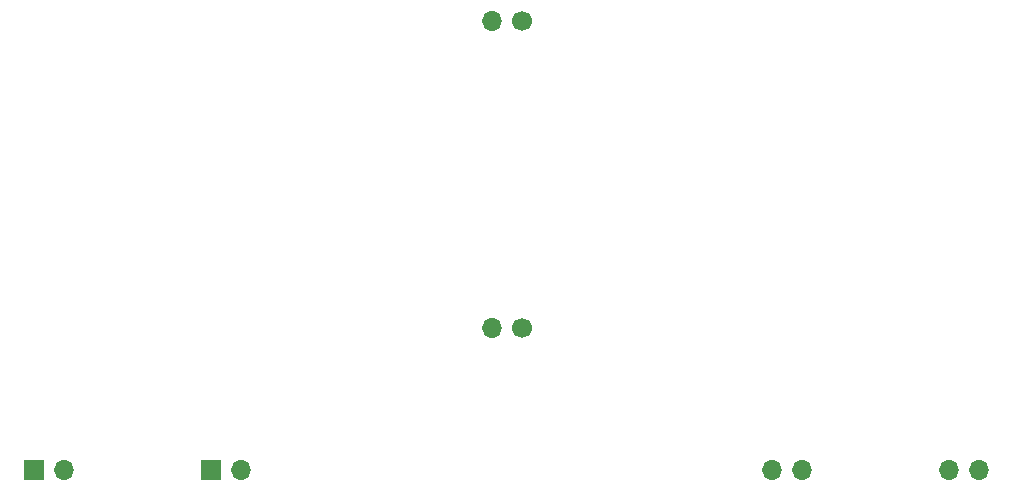
<source format=gts>
%TF.GenerationSoftware,KiCad,Pcbnew,(6.0.4-0)*%
%TF.CreationDate,2022-04-25T17:13:00-04:00*%
%TF.ProjectId,sky_base,736b795f-6261-4736-952e-6b696361645f,rev?*%
%TF.SameCoordinates,Original*%
%TF.FileFunction,Soldermask,Top*%
%TF.FilePolarity,Negative*%
%FSLAX46Y46*%
G04 Gerber Fmt 4.6, Leading zero omitted, Abs format (unit mm)*
G04 Created by KiCad (PCBNEW (6.0.4-0)) date 2022-04-25 17:13:00*
%MOMM*%
%LPD*%
G01*
G04 APERTURE LIST*
%ADD10R,1.700000X1.700000*%
%ADD11O,1.700000X1.700000*%
%ADD12C,1.700000*%
G04 APERTURE END LIST*
D10*
%TO.C,J1*%
X109140692Y-115642067D03*
D11*
X111680692Y-115642067D03*
X147870692Y-77642067D03*
D12*
X150410692Y-77642067D03*
D11*
X186600692Y-115642067D03*
X189140692Y-115642067D03*
%TD*%
D10*
%TO.C,J2*%
X124140692Y-115642067D03*
D11*
X126680692Y-115642067D03*
X147870692Y-103642067D03*
D12*
X150410692Y-103642067D03*
D11*
X171600692Y-115642067D03*
X174140692Y-115642067D03*
%TD*%
M02*

</source>
